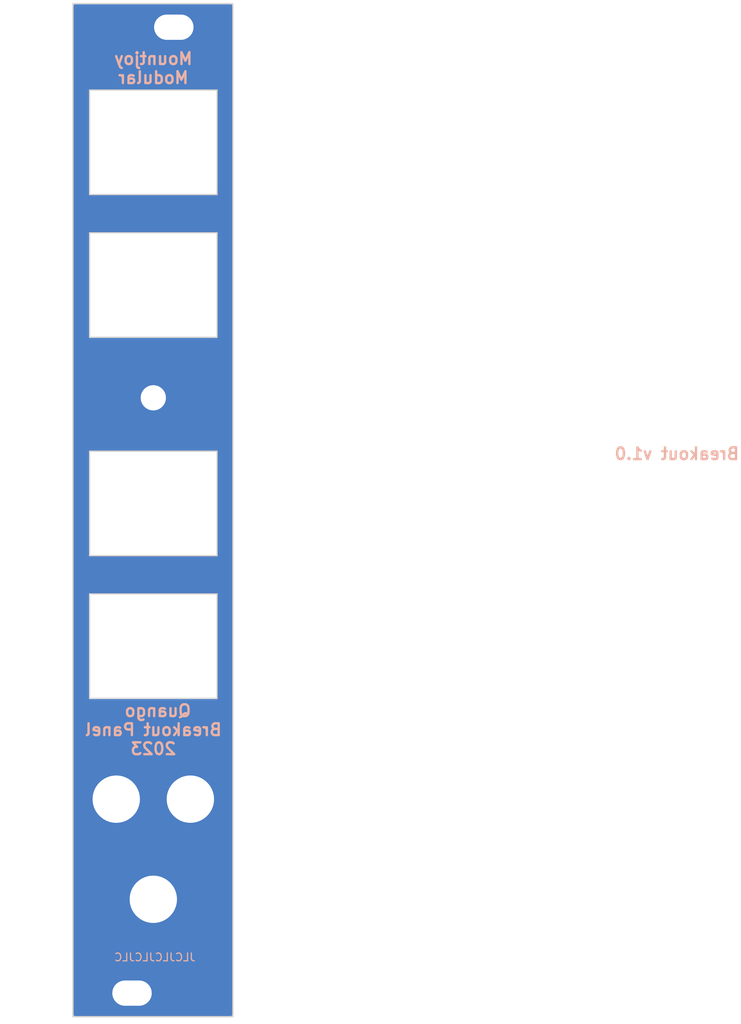
<source format=kicad_pcb>
(kicad_pcb (version 20221018) (generator pcbnew)
  (layers (0 "F.Cu" signal) (31 "B.Cu" signal) (34 "B.Paste" user) (35 "F.Paste" user) (36 "B.SilkS" user "B.Silkscreen") (37 "F.SilkS" user "F.Silkscreen") (38 "B.Mask" user) (39 "F.Mask" user) (44 "Edge.Cuts" user))
  (net 0 "")
  (footprint "kibuzzard-649954C4" (layer "F.Cu") (at 59.4 162.1)
    (fp_text reference "kibuzzard-649954C4" hide)
    (fp_text value "G***" hide)
  )
  (footprint "Custom_Footprints:Thonkiconn_Socket_MountingHole_6mm" (layer "F.Cu") (at 59.4 154.5 180)
    (fp_text reference "Ref**" hide)
    (fp_text value "Thonkiconn_Socket_MountingHole_6mm")
    (pad "" np_thru_hole circle (at 0 0 180) (size 6 6) (drill 6) (layers "*.Cu" "*.Mask"))
  )
  (footprint "Custom_Footprints:Thonkiconn_Socket_MountingHole_6mm" (layer "F.Cu") (at 54.7 141.8 180)
    (fp_text reference "Ref**" hide)
    (fp_text value "Thonkiconn_Socket_MountingHole_6mm")
    (pad "" np_thru_hole circle (at 0 0 180) (size 6 6) (drill 6) (layers "*.Cu" "*.Mask"))
  )
  (footprint "Custom_Footprints:Oval_Mounting_Hole" (layer "F.Cu") (at 62 43.9)
    (fp_text reference "Ref**" hide)
    (fp_text value "Oval_Mounting_Hole" hide)
    (pad "" np_thru_hole oval locked (at 0 0) (size 5 3.2) (drill oval 5 3.2) (layers "*.Cu" "*.Mask"))
  )
  (footprint "Custom_Footprints:RJ45_Amphenol_RJHSE-3080_Mounting_Hole" (layer "F.Cu") (at 59.4 104.3)
    (fp_text reference "REF**" hide)
    (fp_text value "RJ45_Amphenol_RJHSE-3080_Mounting_Hole" hide)
    (fp_rect (start -8.065 -6.605) (end 8.065 6.605) (stroke (width 0.12)) (fill none) (layer "Edge.Cuts"))
  )
  (footprint "kibuzzard-64985CD8" (layer "F.Cu") (at 53.5 67)
    (fp_text reference "kibuzzard-64985CD8" hide)
    (fp_text value "G***" hide)
  )
  (footprint "Custom_Footprints:RJ45_Amphenol_RJHSE-3080_Mounting_Hole" (layer "F.Cu") (at 59.4 76.6 180)
    (fp_text reference "REF**" hide)
    (fp_text value "RJ45_Amphenol_RJHSE-3080_Mounting_Hole" hide)
    (fp_rect (start -8.065 -6.605) (end 8.065 6.605) (stroke (width 0.12)) (fill none) (layer "Edge.Cuts"))
  )
  (footprint "Custom_Footprints:RJ45_Amphenol_RJHSE-3080_Mounting_Hole" (layer "F.Cu") (at 59.4 122.4 180)
    (fp_text reference "REF**" hide)
    (fp_text value "RJ45_Amphenol_RJHSE-3080_Mounting_Hole" hide)
    (fp_rect (start -8.065 -6.605) (end 8.065 6.605) (stroke (width 0.12)) (fill none) (layer "Edge.Cuts"))
  )
  (footprint "Custom_Footprints:Thonkiconn_Socket_MountingHole_6mm" (layer "F.Cu") (at 64.1 141.8 180)
    (fp_text reference "Ref**" hide)
    (fp_text value "Thonkiconn_Socket_MountingHole_6mm")
    (pad "" np_thru_hole circle (at 0 0 180) (size 6 6) (drill 6) (layers "*.Cu" "*.Mask"))
  )
  (footprint "Custom_Footprints:RJ45_Amphenol_RJHSE-3080_Mounting_Hole" (layer "F.Cu") (at 59.4 58.5)
    (fp_text reference "REF**" hide)
    (fp_text value "RJ45_Amphenol_RJHSE-3080_Mounting_Hole" hide)
    (fp_rect (start -8.065 -6.605) (end 8.065 6.605) (stroke (width 0.12)) (fill none) (layer "Edge.Cuts"))
  )
  (footprint "kibuzzard-64985CE4" (layer "F.Cu") (at 65.5 68.1)
    (fp_text reference "kibuzzard-64985CE4" hide)
    (fp_text value "G***" hide)
  )
  (footprint "kibuzzard-64985CE4" (layer "F.Cu") (at 65.5 114)
    (fp_text reference "kibuzzard-64985CE4" hide)
    (fp_text value "G***" hide)
  )
  (footprint "MountingHole:MountingHole_3.2mm_M3_ISO14580" (layer "F.Cu") (at 59.4 90.9)
    (fp_text reference "H1" hide)
    (fp_text value "MountingHole")
    (pad "" np_thru_hole circle (at 0 0) (size 3.2 3.2) (drill 3.2) (layers "F&B.Cu" "*.Mask"))
  )
  (footprint "kibuzzard-649869A1" (layer "F.Cu") (at 52.8 87.9 90)
    (fp_text reference "kibuzzard-649869A1" hide)
    (fp_text value "G***" hide)
  )
  (footprint "Graphics:QuangoLogoSmall" (layer "F.Cu") (at 59.554899 133.504506)
    (fp_text reference "G***" hide)
    (fp_text value "LOGO" hide)
  )
  (footprint "kibuzzard-64985CD8" (layer "F.Cu") (at 53.5 112.7)
    (fp_text reference "kibuzzard-64985CD8" hide)
    (fp_text value "G***" hide)
  )
  (footprint "Custom_Footprints:Oval_Mounting_Hole" (layer "F.Cu") (at 56.7 166.4)
    (fp_text reference "Ref**" hide)
    (fp_text value "Oval_Mounting_Hole" hide)
    (pad "" np_thru_hole oval (at 0 0) (size 5 3.2) (drill oval 5 3.2) (layers "*.Cu" "*.Mask"))
  )
  (footprint "kibuzzard-6499554E" (layer "F.Cu") (at 64.1 148.3)
    (fp_text reference "kibuzzard-6499554E" hide)
    (fp_text value "G***" hide)
  )
  (footprint "kibuzzard-649869D7" (layer "F.Cu") (at 65.9 91.4 90)
    (fp_text reference "kibuzzard-649869D7" hide)
    (fp_text value "G***" hide)
  )
  (footprint "kibuzzard-64995539" (layer "F.Cu") (at 54.7 148.3)
    (fp_text reference "kibuzzard-64995539" hide)
    (fp_text value "G***" hide)
  )
  (gr_rect locked (start 49.2 40.9) (end 69.5 169.4) (stroke (width 0.15)) (fill none) (layer "Edge.Cuts"))
  (gr_text "Quango \nBreakout Panel\n2023\n" (at 59.4 133) (layer "B.SilkS") (effects (font (size 1.5 1.5) (thickness 0.3)) (justify mirror)))
  (gr_text "Mountjoy\nModular\n" (at 59.4 49.1) (layer "B.SilkS") (effects (font (size 1.5 1.5) (thickness 0.3)) (justify mirror)))
  (gr_text "Breakout v1.0" (at 125.8 98) (layer "B.SilkS") (effects (font (size 1.5 1.5) (thickness 0.3)) (justify mirror)))
  (gr_text "JLCJLCJLCJLC" (at 59.6 161.85) (layer "B.SilkS") (effects (font (size 1 1)) (justify mirror)))
  (zone (net 0) (net_name "") (layers "F&B.Cu") (connect_pads (clearance 0.508)) (min_thickness 0.254) (fill yes (thermal_gap 0.508) (thermal_bridge_width 0.508))
    (polygon (pts (xy 48.3 40.45) (xy 70.5 40.45) (xy 70.5 170.3) (xy 48.3 170.3)))
  )
)
</source>
